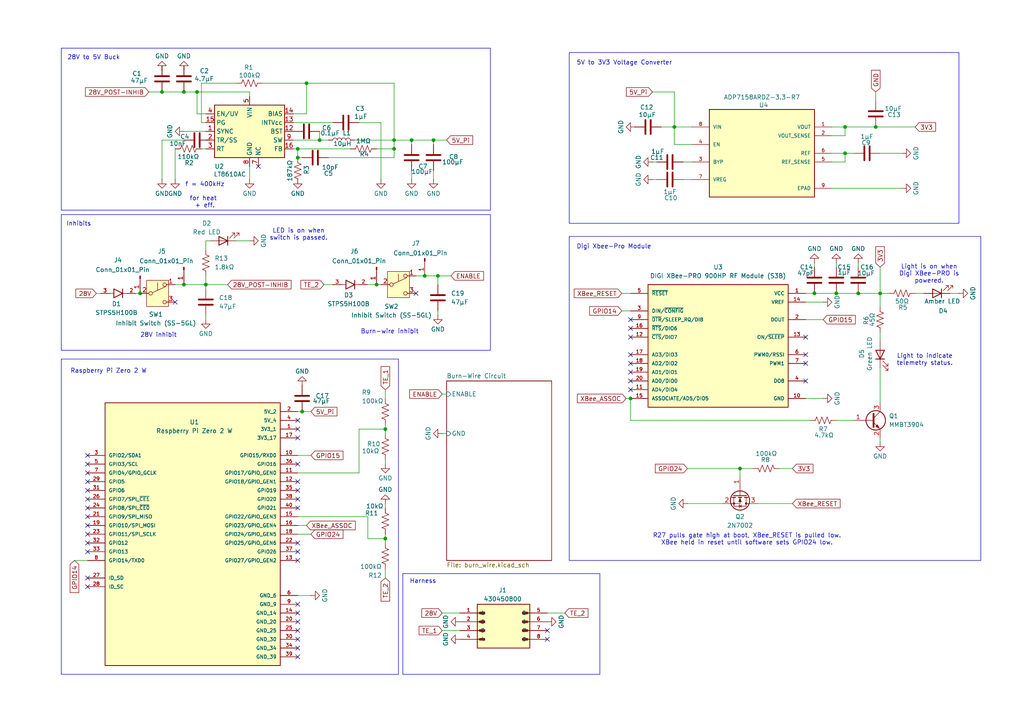
<source format=kicad_sch>
(kicad_sch (version 20250114) (generator "eeschema") (generator_version "9.0")
  (paper "A4")
  (rectangle (start 17.78 13.97) (end 142.24 60.96))
  (rectangle (start 17.78 62.23) (end 142.24 101.6))
  (rectangle (start 165.1 15.24) (end 278.13 64.77))
  (rectangle (start 165.1 68.58) (end 284.48 162.56))
  (rectangle (start 17.78 104.14) (end 115.57 195.58))
  (rectangle (start 116.84 166.37) (end 173.99 195.58))
  (text "Raspberry Pi Zero 2 W\n" (at 31.496 107.696 0) (effects (font (size 1.27 1.27))))
  (text "Light is on when\nDigi XBee-PRO is\npowered." (at 269.494 79.502 0) (effects (font (size 1.27 1.27))))
  (text "f = 400kHz\n\nfor heat \n+ eff." (at 59.436 56.642 0) (effects (font (size 1.27 1.27))))
  (text "LED is on when\nswitch is passed." (at 86.614 68.072 0) (effects (font (size 1.27 1.27))))
  (text "5V to 3V3 Voltage Converter\n" (at 181.102 18.288 0) (effects (font (size 1.27 1.27))))
  (text "R27 pulls gate high at boot, XBee_RESET is pulled low.\nXBee held in reset until software sets GPIO24 low." (at 216.662 156.464 0) (effects (font (size 1.27 1.27))))
  (text "Harness\n" (at 122.682 168.656 0) (effects (font (size 1.27 1.27))))
  (text "Digi Xbee-Pro Module\n" (at 178.054 71.628 0) (effects (font (size 1.27 1.27))))
  (text "28V inhibit\n" (at 45.974 97.282 0) (effects (font (size 1.27 1.27))))
  (text "Burn-wire inhibit\n" (at 113.03 96.266 0) (effects (font (size 1.27 1.27))))
  (text "28V to 5V Buck\n" (at 27.178 16.764 0) (effects (font (size 1.27 1.27))))
  (text "Inhibits\n" (at 22.86 65.024 0) (effects (font (size 1.27 1.27))))
  (text "Light to indicate\ntelemetry status." (at 268.224 104.394 0) (effects (font (size 1.27 1.27))))
  (junction (at 57.15 26.67))
  (junction (at 53.34 26.67))
  (junction (at 88.9 24.13))
  (junction (at 86.36 43.18))
  (junction (at 114.3 40.64))
  (junction (at 59.69 82.55))
  (junction (at 236.22 85.09))
  (junction (at 242.57 85.09))
  (junction (at 255.27 85.09))
  (junction (at 123.19 80.01))
  (junction (at 254 36.83))
  (junction (at 92.71 40.64))
  (junction (at 111.76 124.46))
  (junction (at 245.11 36.83))
  (junction (at 40.64 85.09))
  (junction (at 119.38 40.64))
  (junction (at 109.22 82.55))
  (junction (at 114.3 43.18))
  (junction (at 127 80.01))
  (junction (at 87.63 119.38))
  (junction (at 182.88 115.57))
  (junction (at 46.99 26.67))
  (junction (at 248.92 85.09))
  (junction (at 53.34 82.55))
  (junction (at 245.11 44.45))
  (junction (at 214.63 135.89))
  (junction (at 195.58 36.83))
  (junction (at 86.36 45.72))
  (junction (at 111.76 156.21))
  (junction (at 125.73 40.64))
  (no_connect (at 50.8 87.63))
  (no_connect (at 86.36 160.02))
  (no_connect (at 86.36 182.88))
  (no_connect (at 86.36 134.62))
  (no_connect (at 74.93 48.26))
  (no_connect (at 25.4 170.18))
  (no_connect (at 182.88 110.49))
  (no_connect (at 86.36 175.26))
  (no_connect (at 182.88 105.41))
  (no_connect (at 86.36 162.56))
  (no_connect (at 233.68 105.41))
  (no_connect (at 86.36 177.8))
  (no_connect (at 86.36 139.7))
  (no_connect (at 86.36 142.24))
  (no_connect (at 86.36 144.78))
  (no_connect (at 86.36 157.48))
  (no_connect (at 25.4 167.64))
  (no_connect (at 233.68 102.87))
  (no_connect (at 182.88 97.79))
  (no_connect (at 182.88 113.03))
  (no_connect (at 25.4 139.7))
  (no_connect (at 233.68 110.49))
  (no_connect (at 182.88 95.25))
  (no_connect (at 25.4 134.62))
  (no_connect (at 182.88 107.95))
  (no_connect (at 25.4 160.02))
  (no_connect (at 86.36 147.32))
  (no_connect (at 158.75 185.42))
  (no_connect (at 25.4 144.78))
  (no_connect (at 233.68 97.79))
  (no_connect (at 86.36 187.96))
  (no_connect (at 25.4 147.32))
  (no_connect (at 25.4 142.24))
  (no_connect (at 86.36 190.5))
  (no_connect (at 86.36 180.34))
  (no_connect (at 86.36 121.92))
  (no_connect (at 86.36 185.42))
  (no_connect (at 120.65 85.09))
  (no_connect (at 182.88 102.87))
  (no_connect (at 25.4 137.16))
  (no_connect (at 86.36 124.46))
  (no_connect (at 25.4 152.4))
  (no_connect (at 25.4 132.08))
  (no_connect (at 25.4 157.48))
  (no_connect (at 25.4 154.94))
  (no_connect (at 25.4 149.86))
  (no_connect (at 182.88 92.71))
  (no_connect (at 158.75 182.88))
  (no_connect (at 86.36 127))
  (wire (pts (xy 180.34 90.17) (xy 182.88 90.17)))
  (wire (pts (xy 198.12 52.07) (xy 200.66 52.07)))
  (wire (pts (xy 245.11 36.83) (xy 254 36.83)))
  (wire (pts (xy 86.36 154.94) (xy 90.17 154.94)))
  (wire (pts (xy 53.34 40.64) (xy 46.99 40.64)))
  (wire (pts (xy 95.25 45.72) (xy 114.3 45.72)))
  (wire (pts (xy 255.27 85.09) (xy 257.81 85.09)))
  (wire (pts (xy 242.57 76.2) (xy 242.57 77.47)))
  (wire (pts (xy 59.69 80.01) (xy 59.69 82.55)))
  (wire (pts (xy 106.68 149.86) (xy 106.68 156.21)))
  (wire (pts (xy 119.38 49.53) (xy 119.38 52.07)))
  (wire (pts (xy 120.65 80.01) (xy 123.19 80.01)))
  (wire (pts (xy 127 90.17) (xy 127 91.44)))
  (wire (pts (xy 59.69 82.55) (xy 66.04 82.55)))
  (wire (pts (xy 86.36 119.38) (xy 87.63 119.38)))
  (wire (pts (xy 93.98 82.55) (xy 96.52 82.55)))
  (wire (pts (xy 111.76 113.03) (xy 111.76 115.57)))
  (wire (pts (xy 182.88 115.57) (xy 182.88 121.92)))
  (wire (pts (xy 190.5 46.99) (xy 189.23 46.99)))
  (wire (pts (xy 255.27 85.09) (xy 255.27 88.9)))
  (wire (pts (xy 128.27 182.88) (xy 133.35 182.88)))
  (wire (pts (xy 123.19 80.01) (xy 127 80.01)))
  (wire (pts (xy 86.36 137.16) (xy 104.14 137.16)))
  (wire (pts (xy 88.9 24.13) (xy 76.2 24.13)))
  (wire (pts (xy 72.39 26.67) (xy 72.39 27.94)))
  (wire (pts (xy 59.69 69.85) (xy 60.96 69.85)))
  (wire (pts (xy 261.62 44.45) (xy 255.27 44.45)))
  (wire (pts (xy 86.36 43.18) (xy 86.36 45.72)))
  (wire (pts (xy 111.76 156.21) (xy 111.76 157.48)))
  (wire (pts (xy 242.57 121.92) (xy 247.65 121.92)))
  (wire (pts (xy 85.09 33.02) (xy 88.9 33.02)))
  (wire (pts (xy 43.18 26.67) (xy 46.99 26.67)))
  (wire (pts (xy 86.36 53.34) (xy 86.36 52.07)))
  (wire (pts (xy 104.14 137.16) (xy 104.14 124.46)))
  (wire (pts (xy 53.34 82.55) (xy 59.69 82.55)))
  (wire (pts (xy 27.94 85.09) (xy 29.21 85.09)))
  (wire (pts (xy 248.92 85.09) (xy 255.27 85.09)))
  (wire (pts (xy 265.43 85.09) (xy 267.97 85.09)))
  (wire (pts (xy 88.9 24.13) (xy 88.9 33.02)))
  (wire (pts (xy 195.58 41.91) (xy 200.66 41.91)))
  (wire (pts (xy 111.76 123.19) (xy 111.76 124.46)))
  (wire (pts (xy 127 80.01) (xy 130.81 80.01)))
  (wire (pts (xy 60.96 40.64) (xy 59.69 40.64)))
  (wire (pts (xy 50.8 82.55) (xy 53.34 82.55)))
  (wire (pts (xy 106.68 82.55) (xy 109.22 82.55)))
  (wire (pts (xy 275.59 85.09) (xy 278.13 85.09)))
  (wire (pts (xy 190.5 52.07) (xy 189.23 52.07)))
  (wire (pts (xy 104.14 124.46) (xy 111.76 124.46)))
  (wire (pts (xy 92.71 38.1) (xy 92.71 40.64)))
  (wire (pts (xy 195.58 36.83) (xy 200.66 36.83)))
  (wire (pts (xy 58.42 24.13) (xy 68.58 24.13)))
  (wire (pts (xy 245.11 44.45) (xy 247.65 44.45)))
  (wire (pts (xy 111.76 134.62) (xy 111.76 133.35)))
  (wire (pts (xy 128.27 125.73) (xy 129.54 125.73)))
  (wire (pts (xy 119.38 41.91) (xy 119.38 40.64)))
  (wire (pts (xy 199.39 135.89) (xy 214.63 135.89)))
  (wire (pts (xy 245.11 46.99) (xy 245.11 44.45)))
  (wire (pts (xy 92.71 40.64) (xy 95.25 40.64)))
  (wire (pts (xy 254 26.67) (xy 254 29.21)))
  (wire (pts (xy 86.36 149.86) (xy 106.68 149.86)))
  (wire (pts (xy 255.27 106.68) (xy 255.27 116.84)))
  (wire (pts (xy 53.34 38.1) (xy 59.69 38.1)))
  (wire (pts (xy 128.27 114.3) (xy 129.54 114.3)))
  (wire (pts (xy 191.77 36.83) (xy 195.58 36.83)))
  (wire (pts (xy 255.27 96.52) (xy 255.27 99.06)))
  (wire (pts (xy 114.3 40.64) (xy 119.38 40.64)))
  (wire (pts (xy 255.27 127) (xy 255.27 128.27)))
  (wire (pts (xy 53.34 19.05) (xy 53.34 20.32)))
  (wire (pts (xy 241.3 39.37) (xy 245.11 39.37)))
  (wire (pts (xy 39.37 85.09) (xy 40.64 85.09)))
  (wire (pts (xy 46.99 26.67) (xy 53.34 26.67)))
  (wire (pts (xy 128.27 177.8) (xy 133.35 177.8)))
  (wire (pts (xy 189.23 26.67) (xy 195.58 26.67)))
  (wire (pts (xy 214.63 135.89) (xy 214.63 138.43)))
  (wire (pts (xy 111.76 146.05) (xy 111.76 147.32)))
  (wire (pts (xy 241.3 46.99) (xy 245.11 46.99)))
  (wire (pts (xy 245.11 39.37) (xy 245.11 36.83)))
  (wire (pts (xy 125.73 40.64) (xy 125.73 41.91)))
  (wire (pts (xy 85.09 43.18) (xy 86.36 43.18)))
  (wire (pts (xy 50.8 43.18) (xy 50.8 52.07)))
  (wire (pts (xy 102.87 40.64) (xy 114.3 40.64)))
  (wire (pts (xy 234.95 121.92) (xy 182.88 121.92)))
  (wire (pts (xy 195.58 26.67) (xy 195.58 36.83)))
  (wire (pts (xy 58.42 35.56) (xy 59.69 35.56)))
  (wire (pts (xy 57.15 26.67) (xy 57.15 33.02)))
  (wire (pts (xy 21.59 162.56) (xy 25.4 162.56)))
  (wire (pts (xy 111.76 124.46) (xy 111.76 125.73)))
  (wire (pts (xy 46.99 40.64) (xy 46.99 52.07)))
  (wire (pts (xy 104.14 35.56) (xy 110.49 35.56)))
  (wire (pts (xy 59.69 91.44) (xy 59.69 92.71)))
  (wire (pts (xy 181.61 115.57) (xy 182.88 115.57)))
  (wire (pts (xy 114.3 43.18) (xy 114.3 40.64)))
  (wire (pts (xy 236.22 76.2) (xy 236.22 77.47)))
  (wire (pts (xy 46.99 19.05) (xy 46.99 20.32)))
  (wire (pts (xy 86.36 152.4) (xy 88.9 152.4)))
  (wire (pts (xy 241.3 54.61) (xy 261.62 54.61)))
  (wire (pts (xy 57.15 26.67) (xy 72.39 26.67)))
  (wire (pts (xy 241.3 44.45) (xy 245.11 44.45)))
  (wire (pts (xy 58.42 43.18) (xy 59.69 43.18)))
  (wire (pts (xy 85.09 35.56) (xy 96.52 35.56)))
  (wire (pts (xy 106.68 156.21) (xy 111.76 156.21)))
  (wire (pts (xy 110.49 35.56) (xy 110.49 52.07)))
  (wire (pts (xy 53.34 26.67) (xy 57.15 26.67)))
  (wire (pts (xy 127 80.01) (xy 127 82.55)))
  (wire (pts (xy 233.68 92.71) (xy 238.76 92.71)))
  (wire (pts (xy 72.39 48.26) (xy 72.39 52.07)))
  (wire (pts (xy 233.68 115.57) (xy 238.76 115.57)))
  (wire (pts (xy 241.3 36.83) (xy 245.11 36.83)))
  (wire (pts (xy 254 36.83) (xy 265.43 36.83)))
  (wire (pts (xy 233.68 87.63) (xy 238.76 87.63)))
  (wire (pts (xy 59.69 82.55) (xy 59.69 83.82)))
  (wire (pts (xy 199.39 146.05) (xy 209.55 146.05)))
  (wire (pts (xy 111.76 167.64) (xy 111.76 165.1)))
  (wire (pts (xy 114.3 45.72) (xy 114.3 43.18)))
  (wire (pts (xy 195.58 36.83) (xy 195.58 41.91)))
  (wire (pts (xy 198.12 46.99) (xy 200.66 46.99)))
  (wire (pts (xy 119.38 40.64) (xy 125.73 40.64)))
  (wire (pts (xy 158.75 177.8) (xy 163.83 177.8)))
  (wire (pts (xy 236.22 85.09) (xy 242.57 85.09)))
  (wire (pts (xy 114.3 40.64) (xy 114.3 24.13)))
  (wire (pts (xy 86.36 43.18) (xy 101.6 43.18)))
  (wire (pts (xy 226.06 135.89) (xy 229.87 135.89)))
  (wire (pts (xy 109.22 43.18) (xy 114.3 43.18)))
  (wire (pts (xy 88.9 24.13) (xy 114.3 24.13)))
  (wire (pts (xy 125.73 49.53) (xy 125.73 52.07)))
  (wire (pts (xy 86.36 172.72) (xy 90.17 172.72)))
  (wire (pts (xy 180.34 85.09) (xy 182.88 85.09)))
  (wire (pts (xy 111.76 154.94) (xy 111.76 156.21)))
  (wire (pts (xy 59.69 69.85) (xy 59.69 72.39)))
  (wire (pts (xy 214.63 135.89) (xy 218.44 135.89)))
  (wire (pts (xy 255.27 77.47) (xy 255.27 85.09)))
  (wire (pts (xy 57.15 33.02) (xy 59.69 33.02)))
  (wire (pts (xy 242.57 85.09) (xy 248.92 85.09)))
  (wire (pts (xy 219.71 146.05) (xy 229.87 146.05)))
  (wire (pts (xy 86.36 132.08) (xy 90.17 132.08)))
  (wire (pts (xy 85.09 40.64) (xy 92.71 40.64)))
  (wire (pts (xy 58.42 24.13) (xy 58.42 35.56)))
  (wire (pts (xy 86.36 45.72) (xy 87.63 45.72)))
  (wire (pts (xy 109.22 82.55) (xy 110.49 82.55)))
  (wire (pts (xy 87.63 119.38) (xy 90.17 119.38)))
  (wire (pts (xy 233.68 85.09) (xy 236.22 85.09)))
  (wire (pts (xy 68.58 69.85) (xy 72.39 69.85)))
  (wire (pts (xy 125.73 40.64) (xy 129.54 40.64)))
  (wire (pts (xy 248.92 76.2) (xy 248.92 77.47)))
  (global_label "28V" (shape input) (at 128.27 177.8 180) (property "Intersheetrefs" "${INTERSHEET_REFS}" (effects (hide yes))))
  (global_label "GPIO15" (shape input) (at 90.17 132.08 0) (property "Intersheetrefs" "${INTERSHEET_REFS}" (effects (hide yes))))
  (global_label "TE_2" (shape input) (at 93.98 82.55 180) (property "Intersheetrefs" "${INTERSHEET_REFS}" (effects (hide yes))))
  (global_label "28V_POST-INHIB" (shape input) (at 43.18 26.67 180) (property "Intersheetrefs" "${INTERSHEET_REFS}" (effects (hide yes))))
  (global_label "XBee_RESET" (shape input) (at 180.34 85.09 180) (property "Intersheetrefs" "${INTERSHEET_REFS}" (effects (hide yes))))
  (global_label "28V" (shape input) (at 27.94 85.09 180) (property "Intersheetrefs" "${INTERSHEET_REFS}" (effects (hide yes))))
  (global_label "TE_2" (shape input) (at 163.83 177.8 0) (property "Intersheetrefs" "${INTERSHEET_REFS}" (effects (hide yes))))
  (global_label "5V_Pi" (shape input) (at 90.17 119.38 0) (property "Intersheetrefs" "${INTERSHEET_REFS}" (effects (hide yes))))
  (global_label "XBee_ASSOC" (shape input) (at 88.9 152.4 0) (property "Intersheetrefs" "${INTERSHEET_REFS}" (effects (hide yes))))
  (global_label "5V_Pi" (shape input) (at 189.23 26.67 180) (property "Intersheetrefs" "${INTERSHEET_REFS}" (effects (hide yes))))
  (global_label "ENABLE" (shape input) (at 128.27 114.3 180) (property "Intersheetrefs" "${INTERSHEET_REFS}" (effects (hide yes))))
  (global_label "GPIO24" (shape input) (at 90.17 154.94 0) (property "Intersheetrefs" "${INTERSHEET_REFS}" (effects (hide yes))))
  (global_label "28V_POST-INHIB" (shape input) (at 66.04 82.55 0) (property "Intersheetrefs" "${INTERSHEET_REFS}" (effects (hide yes))))
  (global_label "XBee_ASSOC" (shape input) (at 181.61 115.57 180) (property "Intersheetrefs" "${INTERSHEET_REFS}" (effects (hide yes))))
  (global_label "GPIO14" (shape input) (at 21.59 162.56 270) (property "Intersheetrefs" "${INTERSHEET_REFS}" (effects (hide yes))))
  (global_label "3V3" (shape input) (at 265.43 36.83 0) (property "Intersheetrefs" "${INTERSHEET_REFS}" (effects (hide yes))))
  (global_label "TE_1" (shape input) (at 111.76 113.03 90) (property "Intersheetrefs" "${INTERSHEET_REFS}" (effects (hide yes))))
  (global_label "XBee_RESET" (shape input) (at 229.87 146.05 0) (property "Intersheetrefs" "${INTERSHEET_REFS}" (effects (hide yes))))
  (global_label "GPIO24" (shape input) (at 199.39 135.89 180) (property "Intersheetrefs" "${INTERSHEET_REFS}" (effects (hide yes))))
  (global_label "ENABLE" (shape input) (at 130.81 80.01 0) (property "Intersheetrefs" "${INTERSHEET_REFS}" (effects (hide yes))))
  (global_label "3V3" (shape input) (at 229.87 135.89 0) (property "Intersheetrefs" "${INTERSHEET_REFS}" (effects (hide yes))))
  (global_label "GPIO15" (shape input) (at 238.76 92.71 0) (property "Intersheetrefs" "${INTERSHEET_REFS}" (effects (hide yes))))
  (global_label "TE_2" (shape input) (at 111.76 167.64 270) (property "Intersheetrefs" "${INTERSHEET_REFS}" (effects (hide yes))))
  (global_label "GPIO14" (shape input) (at 180.34 90.17 180) (property "Intersheetrefs" "${INTERSHEET_REFS}" (effects (hide yes))))
  (global_label "TE_1" (shape input) (at 128.27 182.88 180) (property "Intersheetrefs" "${INTERSHEET_REFS}" (effects (hide yes))))
  (global_label "GND" (shape input) (at 254 26.67 90) (property "Intersheetrefs" "${INTERSHEET_REFS}" (effects (hide yes))))
  (global_label "5V_Pi" (shape input) (at 129.54 40.64 0) (property "Intersheetrefs" "${INTERSHEET_REFS}" (effects (hide yes))))
  (global_label "3V3" (shape input) (at 255.27 77.47 90) (property "Intersheetrefs" "${INTERSHEET_REFS}" (effects (hide yes))))
  (symbol (lib_id "power:GND") (at 53.34 38.1 270) (unit 1)
    (property "Reference" "#PWR05" (effects (hide yes)))
    (property "Value" "GND" (at 49.276 38.1 0))
    (property "Description" "Power symbol creates a global label with name \"GND\" , ground" (effects (hide yes)))
  )
  (symbol (lib_id "power:GND") (at 59.69 92.71 0) (mirror y) (unit 1)
    (property "Reference" "#PWR0113" (effects (hide yes)))
    (property "Value" "GND" (at 59.69 96.774 0))
    (property "Description" "Power symbol creates a global label with name \"GND\" , ground" (effects (hide yes)))
  )
  (symbol (lib_id "Device:C") (at 187.96 36.83 90) (unit 1)
    (property "Reference" "C12" (at 187.579 31.115 90))
    (property "Value" "10µF" (at 187.706 33.274 90))
    (property "Footprint" "Capacitor_SMD:C_0603_1608Metric" (effects (hide yes)))
    (property "Description" "Unpolarized capacitor" (effects (hide yes)))
  )
  (symbol (lib_id "Device:R_US") (at 54.61 43.18 270) (unit 1)
    (property "Reference" "R2" (at 54.864 47.244 90))
    (property "Value" "110kΩ" (at 54.61 45.466 90))
    (property "Footprint" "Resistor_SMD:R_0603_1608Metric" (effects (hide yes)))
    (property "Description" "Resistor, US symbol" (effects (hide yes)))
  )
  (symbol (lib_id "power:GND") (at 110.49 52.07 0) (unit 1)
    (property "Reference" "#PWR014" (effects (hide yes)))
    (property "Value" "GND" (at 110.49 56.134 0))
    (property "Description" "Power symbol creates a global label with name \"GND\" , ground" (effects (hide yes)))
  )
  (symbol (lib_id "Device:R_US") (at 111.76 119.38 0) (unit 1)
    (property "Reference" "R9" (at 104.902 113.792 0) (effects (justify left)))
    (property "Value" "100kΩ" (at 104.902 116.332 0) (effects (justify left)))
    (property "Footprint" "Resistor_SMD:R_0603_1608Metric" (effects (hide yes)))
    (property "Description" "Resistor, US symbol" (effects (hide yes)))
  )
  (symbol (lib_id "Device:L") (at 99.06 40.64 90) (unit 1)
    (property "Reference" "L1" (at 100.584 38.608 90))
    (property "Value" "10µH" (at 99.314 41.656 90))
    (property "Footprint" "Inductor_SMD:L_Vishay_IHLP-2525" (effects (hide yes)))
    (property "Description" "Inductor" (effects (hide yes)))
  )
  (symbol (lib_id "power:GND") (at 90.17 172.72 90) (unit 1)
    (property "Reference" "#PWR023" (effects (hide yes)))
    (property "Value" "GND" (at 94.234 172.72 0))
    (property "Description" "Power symbol creates a global label with name \"GND\" , ground" (effects (hide yes)))
  )
  (symbol (lib_id "power:GND") (at 278.13 85.09 90) (unit 1)
    (property "Reference" "#PWR027" (effects (hide yes)))
    (property "Value" "GND" (at 282.194 85.09 0))
    (property "Description" "Power symbol creates a global label with name \"GND\" , ground" (effects (hide yes)))
  )
  (symbol (lib_id "Device:C") (at 194.31 52.07 90) (unit 1)
    (property "Reference" "C10" (at 194.564 57.404 90))
    (property "Value" "1µF" (at 194.31 55.626 90))
    (property "Footprint" "Capacitor_SMD:C_0603_1608Metric" (effects (hide yes)))
    (property "Description" "Unpolarized capacitor" (effects (hide yes)))
  )
  (symbol (lib_id "Device:C") (at 57.15 40.64 270) (unit 1)
    (property "Reference" "C4" (at 53.594 39.624 90))
    (property "Value" "10nF" (at 51.562 41.656 90))
    (property "Footprint" "Capacitor_SMD:C_0603_1608Metric" (effects (hide yes)))
    (property "Description" "Unpolarized capacitor" (effects (hide yes)))
  )
  (symbol (lib_id "Device:C") (at 100.33 35.56 270) (unit 1)
    (property "Reference" "C3" (at 104.394 31.496 90))
    (property "Value" "1µF" (at 104.648 33.782 90))
    (property "Footprint" "Capacitor_SMD:C_0603_1608Metric" (effects (hide yes)))
    (property "Description" "Unpolarized capacitor" (effects (hide yes)))
  )
  (symbol (lib_id "power:GND") (at 46.99 52.07 0) (unit 1)
    (property "Reference" "#PWR03" (effects (hide yes)))
    (property "Value" "GND" (at 46.99 56.134 0))
    (property "Description" "Power symbol creates a global label with name \"GND\" , ground" (effects (hide yes)))
  )
  (symbol (lib_id "power:GND") (at 119.38 52.07 0) (unit 1)
    (property "Reference" "#PWR015" (effects (hide yes)))
    (property "Value" "GND" (at 119.38 56.134 0))
    (property "Description" "Power symbol creates a global label with name \"GND\" , ground" (effects (hide yes)))
  )
  (symbol (lib_id "Device:LED") (at 271.78 85.09 180) (unit 1)
    (property "Reference" "D4" (at 273.558 90.17 0))
    (property "Value" "Amber LED" (at 273.304 87.376 0))
    (property "Footprint" "LED_SMD:LED_0603_1608Metric" (effects (hide yes)))
    (property "Description" "Light emitting diode" (effects (hide yes)))
    (property "Sim.Pins" "1=K 2=A" (effects (hide yes)))
  )
  (symbol (lib_id "Connector:Conn_01x01_Pin") (at 109.22 77.47 270) (unit 1)
    (property "Reference" "J6" (at 101.6 72.898 90) (effects (justify left)))
    (property "Value" "Conn_01x01_Pin" (at 96.266 75.692 90) (effects (justify left)))
    (property "Footprint" "Connector_Wire:SolderWire-0.75sqmm_1x01_D1.25mm_OD2.3mm" (effects (hide yes)))
    (property "Description" "Generic connector, single row, 01x01, script generated" (effects (hide yes)))
  )
  (symbol (lib_id "Device:C") (at 242.57 81.28 180) (unit 1)
    (property "Reference" "C15" (at 244.856 77.47 0))
    (property "Value" "1µF" (at 244.856 78.994 0))
    (property "Footprint" "Capacitor_SMD:C_0603_1608Metric" (effects (hide yes)))
    (property "Description" "Unpolarized capacitor" (effects (hide yes)))
  )
  (symbol (lib_id "Device:C") (at 91.44 45.72 270) (unit 1)
    (property "Reference" "C5" (at 95.25 50.292 90))
    (property "Value" "10pF" (at 95.758 48.514 90))
    (property "Footprint" "Capacitor_SMD:C_0603_1608Metric" (effects (hide yes)))
    (property "Description" "Unpolarized capacitor" (effects (hide yes)))
  )
  (symbol (lib_id "power:GND") (at 50.8 52.07 0) (unit 1)
    (property "Reference" "#PWR04" (effects (hide yes)))
    (property "Value" "GND" (at 50.8 56.134 0))
    (property "Description" "Power symbol creates a global label with name \"GND\" , ground" (effects (hide yes)))
  )
  (symbol (lib_id "power:GND") (at 238.76 115.57 90) (unit 1)
    (property "Reference" "#PWR029" (effects (hide yes)))
    (property "Value" "GND" (at 242.824 115.57 0))
    (property "Description" "Power symbol creates a global label with name \"GND\" , ground" (effects (hide yes)))
  )
  (symbol (lib_id "power:GND") (at 199.39 146.05 270) (unit 1)
    (property "Reference" "#PWR031" (effects (hide yes)))
    (property "Value" "GND" (at 195.326 146.05 0))
    (property "Description" "Power symbol creates a global label with name \"GND\" , ground" (effects (hide yes)))
  )
  (symbol (lib_id "Device:C") (at 59.69 87.63 0) (mirror y) (unit 1)
    (property "Reference" "C18" (at 63.5 86.3599 0) (effects (justify right)))
    (property "Value" "47µF" (at 63.5 88.8999 0) (effects (justify right)))
    (property "Footprint" "Capacitor_SMD:C_0603_1608Metric" (effects (hide yes)))
    (property "Description" "Unpolarized capacitor" (effects (hide yes)))
  )
  (symbol (lib_id "SC1176:SC1176") (at 55.88 154.94 0) (unit 1)
    (property "Reference" "U1" (at 56.388 122.428 0))
    (property "Value" "Raspberry Pi Zero 2 W" (at 56.388 124.968 0))
    (property "Footprint" "SC1176:MODULE_SC1176" (effects (hide yes)))
    (property "DigiKey_Part_Number" "2648-SC1176-ND" (effects (hide yes)))
    (property "SnapEDA_Link" "https://www.snapeda.com/parts/SC1176/Raspberry+Pi/view-part/?ref=snap" (effects (hide yes)))
    (property "Description_1" "The Raspberry Pi Zero 2 W SC1176 single board computer features a 1GHz quad-core Broadcom BCM2710A1 Arm Cortex-A53 processor and 512MB of RAM, making it a powerful solution for embedded computing applications. With 40 digital I/O lines and multiple expansion options including Bluetooth 4.2, BLE, HAT GPIO, and LAN, this SBC offers extensive connectivity and flexibility. Its compact size of 2.600 x 1.180 (66.04mm x 29.97mm) makes it ideal for space-constrained projects. Video outputs include Composite and HDMI, and it features a microSD storage interface and a USB 2.0 OTG port." (effects (hide yes)))
    (property "Package" "None" (effects (hide yes)))
    (property "Check_prices" "https://www.snapeda.com/parts/SC1176/Raspberry+Pi/view-part/?ref=eda" (effects (hide yes)))
    (property "STANDARD" "Manufacturer Recommendations" (effects (hide yes)))
    (property "PARTREV" "April 2024" (effects (hide yes)))
    (property "MF" "Raspberry Pi" (effects (hide yes)))
    (property "MP" "SC1176" (effects (hide yes)))
    (property "MANUFACTURER" "Raspberry Pi" (effects (hide yes)))
  )
  (symbol (lib_id "Connector:Conn_01x01_Pin") (at 40.64 80.01 270) (unit 1)
    (property "Reference" "J4" (at 33.02 75.438 90) (effects (justify left)))
    (property "Value" "Conn_01x01_Pin" (at 27.686 78.232 90) (effects (justify left)))
    (property "Footprint" "Connector_Wire:SolderWire-0.75sqmm_1x01_D1.25mm_OD2.3mm" (effects (hide yes)))
    (property "Description" "Generic connector, single row, 01x01, script generated" (effects (hide yes)))
  )
  (symbol (lib_id "power:GND") (at 242.57 76.2 180) (unit 1)
    (property "Reference" "#PWR025" (effects (hide yes)))
    (property "Value" "GND" (at 242.57 72.136 0))
    (property "Description" "Power symbol creates a global label with name \"GND\" , ground" (effects (hide yes)))
  )
  (symbol (lib_id "Device:C") (at 127 86.36 0) (mirror y) (unit 1)
    (property "Reference" "C19" (at 130.81 85.0899 0) (effects (justify right)))
    (property "Value" "47µF" (at 130.81 87.6299 0) (effects (justify right)))
    (property "Footprint" "Capacitor_SMD:C_0603_1608Metric" (effects (hide yes)))
    (property "Description" "Unpolarized capacitor" (effects (hide yes)))
  )
  (symbol (lib_id "Device:R_US") (at 255.27 92.71 180) (unit 1)
    (property "Reference" "R6" (at 251.206 92.964 90))
    (property "Value" "45Ω" (at 252.984 92.71 90))
    (property "Footprint" "Resistor_SMD:R_0603_1608Metric" (effects (hide yes)))
    (property "Description" "Resistor, US symbol" (effects (hide yes)))
  )
  (symbol (lib_id "Device:C") (at 88.9 38.1 270) (unit 1)
    (property "Reference" "C6" (at 94.742 37.084 90))
    (property "Value" "0.1µF" (at 95.758 38.608 90))
    (property "Footprint" "Capacitor_SMD:C_0603_1608Metric" (effects (hide yes)))
    (property "Description" "Unpolarized capacitor" (effects (hide yes)))
  )
  (symbol (lib_id "power:GND") (at 255.27 128.27 0) (unit 1)
    (property "Reference" "#PWR030" (effects (hide yes)))
    (property "Value" "GND" (at 255.27 132.334 0))
    (property "Description" "Power symbol creates a global label with name \"GND\" , ground" (effects (hide yes)))
  )
  (symbol (lib_id "Transistor_BJT:MMBT3904") (at 252.73 121.92 0) (unit 1)
    (property "Reference" "Q1" (at 257.81 120.6499 0) (effects (justify left)))
    (property "Value" "MMBT3904" (at 257.81 123.1899 0) (effects (justify left)))
    (property "Footprint" "Package_TO_SOT_SMD:SOT-23" (effects (hide yes)))
    (property "Datasheet" "https://www.onsemi.com/pdf/datasheet/pzt3904-d.pdf" (effects (hide yes)))
    (property "Description" "0.2A Ic, 40V Vce, Small Signal NPN Transistor, SOT-23" (effects (hide yes)))
    (property "Sim.Device" "NPN" (effects (hide yes)))
    (property "Sim.Pins" "1=B 2=E 3=C" (effects (hide yes)))
  )
  (symbol (lib_id "power:GND") (at 189.23 46.99 270) (unit 1)
    (property "Reference" "#PWR019" (effects (hide yes)))
    (property "Value" "GND" (at 185.166 46.99 0))
    (property "Description" "Power symbol creates a global label with name \"GND\" , ground" (effects (hide yes)))
  )
  (symbol (lib_id "Device:R_US") (at 86.36 49.53 180) (unit 1)
    (property "Reference" "R3" (at 88.9 49.276 90))
    (property "Value" "187kΩ" (at 84.074 49.53 90))
    (property "Footprint" "Resistor_SMD:R_0603_1608Metric" (effects (hide yes)))
    (property "Description" "Resistor, US symbol" (effects (hide yes)))
  )
  (symbol (lib_id "Device:R_US") (at 111.76 161.29 180) (unit 1)
    (property "Reference" "R12" (at 110.744 166.878 0) (effects (justify left)))
    (property "Value" "100kΩ" (at 110.744 164.338 0) (effects (justify left)))
    (property "Footprint" "Resistor_SMD:R_0603_1608Metric" (effects (hide yes)))
    (property "Description" "Resistor, US symbol" (effects (hide yes)))
  )
  (symbol (lib_id "power:GND") (at 86.36 52.07 0) (unit 1)
    (property "Reference" "#PWR02" (effects (hide yes)))
    (property "Value" "GND" (at 86.36 56.134 0))
    (property "Description" "Power symbol creates a global label with name \"GND\" , ground" (effects (hide yes)))
  )
  (symbol (lib_id "power:GND") (at 133.35 180.34 270) (unit 1)
    (property "Reference" "#PWR09" (effects (hide yes)))
    (property "Value" "GND" (at 129.286 180.34 0))
    (property "Description" "Power symbol creates a global label with name \"GND\" , ground" (effects (hide yes)))
  )
  (symbol (lib_id "Device:R_US") (at 261.62 85.09 270) (unit 1)
    (property "Reference" "R5" (at 261.874 89.154 90))
    (property "Value" "50Ω" (at 261.62 87.376 90))
    (property "Footprint" "Resistor_SMD:R_0603_1608Metric" (effects (hide yes)))
    (property "Description" "Resistor, US symbol" (effects (hide yes)))
  )
  (symbol (lib_id "Device:C") (at 251.46 44.45 90) (unit 1)
    (property "Reference" "C9" (at 251.206 41.402 90))
    (property "Value" "1µF" (at 251.46 39.624 90))
    (property "Footprint" "Capacitor_SMD:C_0603_1608Metric" (effects (hide yes)))
    (property "Description" "Unpolarized capacitor" (effects (hide yes)))
  )
  (symbol (lib_id "power:GND") (at 111.76 134.62 0) (unit 1)
    (property "Reference" "#PWR035" (effects (hide yes)))
    (property "Value" "GND" (at 111.76 138.684 0))
    (property "Description" "Power symbol creates a global label with name \"GND\" , ground" (effects (hide yes)))
  )
  (symbol (lib_id "power:GND") (at 189.23 52.07 270) (unit 1)
    (property "Reference" "#PWR018" (effects (hide yes)))
    (property "Value" "GND" (at 185.166 52.07 0))
    (property "Description" "Power symbol creates a global label with name \"GND\" , ground" (effects (hide yes)))
  )
  (symbol (lib_id "Transistor_FET:2N7002") (at 214.63 143.51 270) (unit 1)
    (property "Reference" "Q2" (at 214.63 149.86 90))
    (property "Value" "2N7002" (at 214.63 152.4 90))
    (property "Footprint" "Package_TO_SOT_SMD:SOT-23" (effects (hide yes)))
    (property "Datasheet" "https://www.onsemi.com/pub/Collateral/NDS7002A-D.PDF" (effects (hide yes)))
    (property "Description" "0.115A Id, 60V Vds, N-Channel MOSFET, SOT-23" (effects (hide yes)))
  )
  (symbol (lib_id "Device:LED") (at 255.27 102.87 90) (unit 1)
    (property "Reference" "D5" (at 249.936 102.616 0))
    (property "Value" "Green LED" (at 252.222 102.616 0))
    (property "Footprint" "LED_SMD:LED_0603_1608Metric" (effects (hide yes)))
    (property "Description" "Light emitting diode" (effects (hide yes)))
    (property "Sim.Pins" "1=K 2=A" (effects (hide yes)))
  )
  (symbol (lib_id "Device:C") (at 194.31 46.99 90) (unit 1)
    (property "Reference" "C11" (at 190.5 45.72 90))
    (property "Value" "1µF" (at 190.754 43.942 90))
    (property "Footprint" "Capacitor_SMD:C_0603_1608Metric" (effects (hide yes)))
    (property "Description" "Unpolarized capacitor" (effects (hide yes)))
  )
  (symbol (lib_id "power:GND") (at 125.73 52.07 0) (unit 1)
    (property "Reference" "#PWR016" (effects (hide yes)))
    (property "Value" "GND" (at 125.73 56.134 0))
    (property "Description" "Power symbol creates a global label with name \"GND\" , ground" (effects (hide yes)))
  )
  (symbol (lib_id "Device:C") (at 248.92 81.28 180) (unit 1)
    (property "Reference" "C16" (at 251.46 77.47 0))
    (property "Value" "10µF" (at 251.206 79.248 0))
    (property "Footprint" "Capacitor_SMD:C_0603_1608Metric" (effects (hide yes)))
    (property "Description" "Unpolarized capacitor" (effects (hide yes)))
  )
  (symbol (lib_id "XBP24-Z7SIT-004:XBP24-Z7SIT-004") (at 208.28 100.33 0) (unit 1)
    (property "Reference" "U3" (at 208.28 77.47 0))
    (property "Value" "DIGI XBee-PRO 900HP RF Module (S3B)" (at 208.28 80.01 0))
    (property "Footprint" "XBee:DIP2200W51P200L3294H279Q20P" (effects (hide yes)))
    (property "MF" "Digi International" (effects (hide yes)))
    (property "Description_1" "XBee-PRO ZB (ZigBee PRO Feature Set), 50mW, RPSMA ant connector, 250000 bps;Router, AT" (effects (hide yes)))
    (property "Package" "None" (effects (hide yes)))
    (property "Price" "None" (effects (hide yes)))
    (property "Check_prices" "https://www.snapeda.com/parts/XBP24Z7SIT004/Digi+International/view-part/?ref=eda" (effects (hide yes)))
    (property "SnapEDA_Link" "https://www.snapeda.com/parts/XBP24Z7SIT004/Digi+International/view-part/?ref=snap" (effects (hide yes)))
    (property "MP" "XBP24Z7SIT004" (effects (hide yes)))
    (property "Availability" "In Stock" (effects (hide yes)))
    (property "MANUFACTURER" "Digi" (effects (hide yes)))
  )
  (symbol (lib_id "430450800:430450800") (at 146.05 182.88 0) (unit 1)
    (property "Reference" "J1" (at 145.796 171.196 0))
    (property "Value" "430450800" (at 145.796 173.736 0))
    (property "Footprint" "HarnessDeck:MOLEX_430450800" (effects (hide yes)))
    (property "DigiKey_Part_Number" "WM1816-ND" (effects (hide yes)))
    (property "SnapEDA_Link" "https://www.snapeda.com/parts/430450800/Molex/view-part/?ref=snap" (effects (hide yes)))
    (property "MAXIMUM_PACKAGE_HEIGHT" "8.77mm" (effects (hide yes)))
    (property "Package" "None" (effects (hide yes)))
    (property "Check_prices" "https://www.snapeda.com/parts/430450800/Molex/view-part/?ref=eda" (effects (hide yes)))
    (property "STANDARD" "Manufacturer Recommendations" (effects (hide yes)))
    (property "PARTREV" "G" (effects (hide yes)))
    (property "MF" "Molex" (effects (hide yes)))
    (property "MP" "430450800" (effects (hide yes)))
    (property "Description_1" "Connector Header Through Hole, Right Angle 8 position 0.118 (3.00mm)" (effects (hide yes)))
    (property "MANUFACTURER" "Molex" (effects (hide yes)))
  )
  (symbol (lib_id "power:GND") (at 261.62 54.61 90) (unit 1)
    (property "Reference" "#PWR020" (effects (hide yes)))
    (property "Value" "GND" (at 265.684 54.61 0))
    (property "Description" "Power symbol creates a global label with name \"GND\" , ground" (effects (hide yes)))
  )
  (symbol (lib_id "Device:LED") (at 64.77 69.85 180) (unit 1)
    (property "Reference" "D2" (at 59.944 64.77 0))
    (property "Value" "Red LED" (at 59.944 67.31 0))
    (property "Footprint" "LED_SMD:LED_0603_1608Metric" (effects (hide yes)))
    (property "Description" "Light emitting diode" (effects (hide yes)))
    (property "Sim.Pins" "1=K 2=A" (effects (hide yes)))
  )
  (symbol (lib_id "Device:R_US") (at 72.39 24.13 90) (unit 1)
    (property "Reference" "R1" (at 72.136 19.558 90))
    (property "Value" "100kΩ" (at 72.39 21.844 90))
    (property "Footprint" "Resistor_SMD:R_0603_1608Metric" (effects (hide yes)))
    (property "Description" "Resistor, US symbol" (effects (hide yes)))
  )
  (symbol (lib_id "power:GND") (at 133.35 185.42 270) (unit 1)
    (property "Reference" "#PWR08" (effects (hide yes)))
    (property "Value" "GND" (at 129.286 185.42 0))
    (property "Description" "Power symbol creates a global label with name \"GND\" , ground" (effects (hide yes)))
  )
  (symbol (lib_id "power:GND") (at 158.75 180.34 90) (unit 1)
    (property "Reference" "#PWR010" (effects (hide yes)))
    (property "Value" "GND" (at 162.814 180.34 0))
    (property "Description" "Power symbol creates a global label with name \"GND\" , ground" (effects (hide yes)))
  )
  (symbol (lib_id "power:GND") (at 248.92 76.2 180) (unit 1)
    (property "Reference" "#PWR026" (effects (hide yes)))
    (property "Value" "GND" (at 248.92 72.136 0))
    (property "Description" "Power symbol creates a global label with name \"GND\" , ground" (effects (hide yes)))
  )
  (symbol (lib_id "power:GND") (at 87.63 111.76 180) (unit 1)
    (property "Reference" "#PWR013" (effects (hide yes)))
    (property "Value" "GND" (at 87.63 107.696 0))
    (property "Description" "Power symbol creates a global label with name \"GND\" , ground" (effects (hide yes)))
  )
  (symbol (lib_id "Device:C") (at 119.38 45.72 180) (unit 1)
    (property "Reference" "C7" (at 122.682 48.26 0))
    (property "Value" "100µF" (at 122.428 49.784 0))
    (property "Footprint" "Capacitor_SMD:C_0603_1608Metric" (effects (hide yes)))
    (property "Description" "Unpolarized capacitor" (effects (hide yes)))
  )
  (symbol (lib_id "Device:R_US") (at 105.41 43.18 90) (unit 1)
    (property "Reference" "R4" (at 105.664 44.704 90))
    (property "Value" "1MΩ" (at 105.41 40.894 90))
    (property "Footprint" "Resistor_SMD:R_0603_1608Metric" (effects (hide yes)))
    (property "Description" "Resistor, US symbol" (effects (hide yes)))
  )
  (symbol (lib_id "ADP7158ARDZ-3.3-R7:ADP7158ARDZ-3.3-R7") (at 220.98 44.45 0) (unit 1)
    (property "Reference" "U4" (at 221.488 30.48 0))
    (property "Value" "ADP7158ARDZ-3.3-R7" (at 220.98 28.194 0))
    (property "Footprint" "ADP7158ARDZ-3.3-R7-2:SOIC127P600X175-9N" (effects (hide yes)))
    (property "MF" "Analog Devices" (effects (hide yes)))
    (property "MAXIMUM_PACKAGE_HEIGHT" "1.75 mm" (effects (hide yes)))
    (property "Package" "SOIC -8 Analog Devices" (effects (hide yes)))
    (property "Price" "None" (effects (hide yes)))
    (property "Check_prices" "https://www.snapeda.com/parts/ADP7158ARDZ-3.3-R7/Analog+Devices/view-part/?ref=eda" (effects (hide yes)))
    (property "STANDARD" "IPC 7351B" (effects (hide yes)))
    (property "PARTREV" "C" (effects (hide yes)))
    (property "SnapEDA_Link" "https://www.snapeda.com/parts/ADP7158ARDZ-3.3-R7/Analog+Devices/view-part/?ref=snap" (effects (hide yes)))
    (property "MP" "ADP7158ARDZ-3.3-R7" (effects (hide yes)))
    (property "Description_1" "2 A, Ultralow Noise, High PSRR, Fixed Output, RF Linear Regulator" (effects (hide yes)))
    (property "MANUFACTURER" "ANALOG DEVICES" (effects (hide yes)))
    (property "Availability" "In Stock" (effects (hide yes)))
    (property "SNAPEDA_PN" "ADP7158ARDZ-3.3-R7" (effects (hide yes)))
  )
  (symbol (lib_id "power:GND") (at 72.39 52.07 0) (unit 1)
    (property "Reference" "#PWR01" (effects (hide yes)))
    (property "Value" "GND" (at 72.39 56.134 0))
    (property "Description" "Power symbol creates a global label with name \"GND\" , ground" (effects (hide yes)))
  )
  (symbol (lib_id "power:GND") (at 46.99 20.32 180) (unit 1)
    (property "Reference" "#PWR07" (effects (hide yes)))
    (property "Value" "GND" (at 46.99 16.256 0))
    (property "Description" "Power symbol creates a global label with name \"GND\" , ground" (effects (hide yes)))
  )
  (symbol (lib_id "Device:R_US") (at 222.25 135.89 90) (mirror x) (unit 1)
    (property "Reference" "R8" (at 221.996 133.35 90))
    (property "Value" "100kΩ" (at 222.25 131.572 90))
    (property "Footprint" "Resistor_SMD:R_0603_1608Metric" (effects (hide yes)))
    (property "Description" "Resistor, US symbol" (effects (hide yes)))
  )
  (symbol (lib_id "power:GND") (at 236.22 76.2 180) (unit 1)
    (property "Reference" "#PWR024" (effects (hide yes)))
    (property "Value" "GND" (at 236.22 72.136 0))
    (property "Description" "Power symbol creates a global label with name \"GND\" , ground" (effects (hide yes)))
  )
  (symbol (lib_id "power:GND") (at 184.15 36.83 270) (unit 1)
    (property "Reference" "#PWR017" (effects (hide yes)))
    (property "Value" "GND" (at 180.086 36.83 0))
    (property "Description" "Power symbol creates a global label with name \"GND\" , ground" (effects (hide yes)))
  )
  (symbol (lib_id "Device:R_US") (at 111.76 151.13 180) (unit 1)
    (property "Reference" "R11" (at 109.728 148.844 0) (effects (justify left)))
    (property "Value" "10kΩ" (at 111.252 146.812 0) (effects (justify left)))
    (property "Footprint" "Resistor_SMD:R_0603_1608Metric" (effects (hide yes)))
    (property "Description" "Resistor, US symbol" (effects (hide yes)))
  )
  (symbol (lib_id "power:GND") (at 53.34 20.32 180) (unit 1)
    (property "Reference" "#PWR06" (effects (hide yes)))
    (property "Value" "GND" (at 53.34 16.256 0))
    (property "Description" "Power symbol creates a global label with name \"GND\" , ground" (effects (hide yes)))
  )
  (symbol (lib_id "STPS5H100B:STPS5H100B") (at 101.6 82.55 0) (unit 1)
    (property "Reference" "D3" (at 101.092 85.598 0))
    (property "Value" "STPS5H100B" (at 101.092 88.138 0))
    (property "Footprint" "Schottky:DPAK" (effects (hide yes)))
    (property "MF" "STMicroelectronics" (effects (hide yes)))
    (property "Description_1" "Diode Schottky 100 V 5A Surface Mount DPAK" (effects (hide yes)))
    (property "Package" "DPAK STMicroelectronics" (effects (hide yes)))
    (property "Price" "None" (effects (hide yes)))
    (property "SnapEDA_Link" "https://www.snapeda.com/parts/STPS5H100B/STMicroelectronics/view-part/?ref=snap" (effects (hide yes)))
    (property "MP" "STPS5H100B" (effects (hide yes)))
    (property "Purchase-URL" "https://www.snapeda.com/api/url_track_click_mouser/?unipart_id=348889&manufacturer=STMicroelectronics&part_name=STPS5H100B&search_term=stps5h100" (effects (hide yes)))
    (property "Availability" "In Stock" (effects (hide yes)))
    (property "Check_prices" "https://www.snapeda.com/parts/STPS5H100B/STMicroelectronics/view-part/?ref=eda" (effects (hide yes)))
  )
  (symbol (lib_id "Connector:Conn_01x01_Pin") (at 53.34 77.47 270) (unit 1)
    (property "Reference" "J5" (at 45.72 72.898 90) (effects (justify left)))
    (property "Value" "Conn_01x01_Pin" (at 40.386 75.692 90) (effects (justify left)))
    (property "Footprint" "Connector_Wire:SolderWire-0.75sqmm_1x01_D1.25mm_OD2.3mm" (effects (hide yes)))
    (property "Description" "Generic connector, single row, 01x01, script generated" (effects (hide yes)))
  )
  (symbol (lib_id "Switch:SW_Push_SPDT") (at 115.57 82.55 0) (unit 1)
    (property "Reference" "SW2" (at 113.538 88.9 0))
    (property "Value" "Inhibit Switch (SS-5GL)" (at 113.538 91.44 0))
    (property "Footprint" "SS-5GL111:SS-5GL111" (effects (hide yes)))
    (property "Description" "Momentary Switch, single pole double throw" (effects (hide yes)))
  )
  (symbol (lib_id "Device:R_US") (at 111.76 129.54 0) (unit 1)
    (property "Reference" "R10" (at 106.426 128.778 0) (effects (justify left)))
    (property "Value" "10kΩ" (at 104.902 130.81 0) (effects (justify left)))
    (property "Footprint" "Resistor_SMD:R_0603_1608Metric" (effects (hide yes)))
    (property "Description" "Resistor, US symbol" (effects (hide yes)))
  )
  (symbol (lib_id "power:GND") (at 128.27 125.73 270) (unit 1)
    (property "Reference" "#PWR022" (effects (hide yes)))
    (property "Value" "GND" (at 124.206 125.73 0))
    (property "Description" "Power symbol creates a global label with name \"GND\" , ground" (effects (hide yes)))
  )
  (symbol (lib_id "Regulator_Switching:LT8610AC") (at 72.39 38.1 0) (unit 1)
    (property "Reference" "U2" (at 62.23 48.26 0) (effects (justify left)))
    (property "Value" "LT8610AC" (at 61.976 50.546 0) (effects (justify left)))
    (property "Footprint" "Package_SO:MSOP-16-1EP_3x4.039mm_P0.5mm_EP1.651x2.845mm_ThermalVias" (effects (hide yes)))
    (property "Datasheet" "https://www.analog.com/media/en/technical-documentation/data-sheets/lt8610ac-8610ac-1.pdf" (effects (hide yes)))
    (property "Description" "42V, 3.5A Synchronous Step-Down Regulator with 2.5uA Quiescent Current, 0.8V Feedback Voltage, 3.0V Minimum Vin, MSOP-16" (effects (hide yes)))
  )
  (symbol (lib_id "power:GND") (at 238.76 87.63 90) (unit 1)
    (property "Reference" "#PWR028" (effects (hide yes)))
    (property "Value" "GND" (at 242.824 87.63 0))
    (property "Description" "Power symbol creates a global label with name \"GND\" , ground" (effects (hide yes)))
  )
  (symbol (lib_id "power:GND") (at 111.76 146.05 180) (unit 1)
    (property "Reference" "#PWR036" (effects (hide yes)))
    (property "Value" "GND" (at 111.76 141.986 0))
    (property "Description" "Power symbol creates a global label with name \"GND\" , ground" (effects (hide yes)))
  )
  (symbol (lib_id "Device:C") (at 125.73 45.72 180) (unit 1)
    (property "Reference" "C8" (at 131.572 45.466 0))
    (property "Value" "100µF" (at 131.318 46.99 0))
    (property "Footprint" "Capacitor_SMD:C_0603_1608Metric" (effects (hide yes)))
    (property "Description" "Unpolarized capacitor" (effects (hide yes)))
  )
  (symbol (lib_id "Device:C") (at 254 33.02 0) (mirror y) (unit 1)
    (property "Reference" "C13" (at 259.334 33.274 0))
    (property "Value" "10µF" (at 259.08 31.496 0))
    (property "Footprint" "Capacitor_SMD:C_0603_1608Metric" (effects (hide yes)))
    (property "Description" "Unpolarized capacitor" (effects (hide yes)))
  )
  (symbol (lib_id "Switch:SW_Push_SPDT") (at 45.72 85.09 0) (unit 1)
    (property "Reference" "SW1" (at 45.212 91.186 0))
    (property "Value" "Inhibit Switch (SS-5GL)" (at 45.212 93.726 0))
    (property "Footprint" "SS-5GL111:SS-5GL111" (effects (hide yes)))
    (property "Description" "Momentary Switch, single pole double throw" (effects (hide yes)))
  )
  (symbol (lib_id "STPS5H100B:STPS5H100B") (at 34.29 85.09 0) (unit 1)
    (property "Reference" "D1" (at 33.782 88.138 0))
    (property "Value" "STPS5H100B" (at 33.782 90.678 0))
    (property "Footprint" "Schottky:DPAK" (effects (hide yes)))
    (property "MF" "STMicroelectronics" (effects (hide yes)))
    (property "Description_1" "Diode Schottky 100 V 5A Surface Mount DPAK" (effects (hide yes)))
    (property "Package" "DPAK STMicroelectronics" (effects (hide yes)))
    (property "Price" "None" (effects (hide yes)))
    (property "SnapEDA_Link" "https://www.snapeda.com/parts/STPS5H100B/STMicroelectronics/view-part/?ref=snap" (effects (hide yes)))
    (property "MP" "STPS5H100B" (effects (hide yes)))
    (property "Purchase-URL" "https://www.snapeda.com/api/url_track_click_mouser/?unipart_id=348889&manufacturer=STMicroelectronics&part_name=STPS5H100B&search_term=stps5h100" (effects (hide yes)))
    (property "Availability" "In Stock" (effects (hide yes)))
    (property "Check_prices" "https://www.snapeda.com/parts/STPS5H100B/STMicroelectronics/view-part/?ref=eda" (effects (hide yes)))
  )
  (symbol (lib_id "Device:C") (at 46.99 22.86 0) (unit 1)
    (property "Reference" "C1" (at 38.354 21.336 0) (effects (justify left)))
    (property "Value" "47µF" (at 37.846 23.368 0) (effects (justify left)))
    (property "Footprint" "APZ1012470M100R:CAP_APZ_1012_KAV" (effects (hide yes)))
    (property "Description" "Unpolarized capacitor" (effects (hide yes)))
  )
  (symbol (lib_id "Connector:Conn_01x01_Pin") (at 123.19 74.93 270) (unit 1)
    (property "Reference" "J7" (at 119.38 70.612 90) (effects (justify left)))
    (property "Value" "Conn_01x01_Pin" (at 114.046 73.406 90) (effects (justify left)))
    (property "Footprint" "Connector_Wire:SolderWire-0.75sqmm_1x01_D1.25mm_OD2.3mm" (effects (hide yes)))
    (property "Description" "Generic connector, single row, 01x01, script generated" (effects (hide yes)))
  )
  (symbol (lib_id "power:GND") (at 72.39 69.85 90) (mirror x) (unit 1)
    (property "Reference" "#PWR032" (effects (hide yes)))
    (property "Value" "GND" (at 76.454 69.85 0))
    (property "Description" "Power symbol creates a global label with name \"GND\" , ground" (effects (hide yes)))
  )
  (symbol (lib_id "Device:R_US") (at 59.69 76.2 0) (unit 1)
    (property "Reference" "R13" (at 62.23 74.9299 0) (effects (justify left)))
    (property "Value" "1.8kΩ" (at 62.23 77.4699 0) (effects (justify left)))
    (property "Footprint" "Resistor_SMD:R_0603_1608Metric" (effects (hide yes)))
    (property "Description" "Resistor, US symbol" (effects (hide yes)))
  )
  (symbol (lib_id "Device:R_US") (at 238.76 121.92 90) (unit 1)
    (property "Reference" "R7" (at 238.76 124.46 90))
    (property "Value" "4.7kΩ" (at 239.014 126.238 90))
    (property "Footprint" "Resistor_SMD:R_0603_1608Metric" (effects (hide yes)))
    (property "Description" "Resistor, US symbol" (effects (hide yes)))
  )
  (symbol (lib_id "Device:C") (at 53.34 22.86 0) (unit 1)
    (property "Reference" "C2" (at 57.912 20.574 0) (effects (justify left)))
    (property "Value" "4.7µF" (at 56.388 22.86 0) (effects (justify left)))
    (property "Footprint" "Capacitor_SMD:C_0603_1608Metric" (effects (hide yes)))
    (property "Description" "Unpolarized capacitor" (effects (hide yes)))
  )
  (symbol (lib_id "Device:C") (at 236.22 81.28 180) (unit 1)
    (property "Reference" "C14" (at 233.934 77.47 0))
    (property "Value" "47pF" (at 233.68 79.248 0))
    (property "Footprint" "Capacitor_SMD:C_0603_1608Metric" (effects (hide yes)))
    (property "Description" "Unpolarized capacitor" (effects (hide yes)))
  )
  (symbol (lib_id "Device:C") (at 87.63 115.57 180) (unit 1)
    (property "Reference" "C17" (at 93.472 114.808 0))
    (property "Value" "47µF" (at 93.218 116.332 0))
    (property "Footprint" "Capacitor_SMD:C_0603_1608Metric" (effects (hide yes)))
    (property "Description" "Unpolarized capacitor" (effects (hide yes)))
  )
  (symbol (lib_id "power:GND") (at 127 91.44 0) (mirror y) (unit 1)
    (property "Reference" "#PWR011" (effects (hide yes)))
    (property "Value" "GND" (at 127 95.504 0))
    (property "Description" "Power symbol creates a global label with name \"GND\" , ground" (effects (hide yes)))
  )
  (symbol (lib_id "power:GND") (at 261.62 44.45 90) (unit 1)
    (property "Reference" "#PWR021" (effects (hide yes)))
    (property "Value" "GND" (at 265.684 44.45 0))
    (property "Description" "Power symbol creates a global label with name \"GND\" , ground" (effects (hide yes)))
  )
  (sheet (at 129.54 110.49) (size 30.48 52.07) (stroke (width 0.1524))
    (property "Sheetname" "Burn-Wire Circuit" (at 129.54 109.7784 0) (effects (justify left bottom)))
    (property "Sheetfile" "burn_wire.kicad_sch" (at 129.54 163.1446 0) (effects (justify left top)))
    (pin "GND" input (at 129.54 125.73 180))
    (pin "ENABLE" input (at 129.54 114.3 180))
  )
)
</source>
